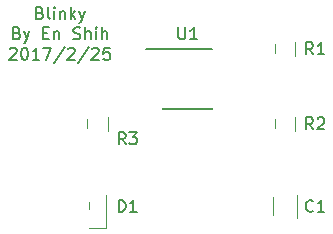
<source format=gto>
G04 #@! TF.FileFunction,Legend,Top*
%FSLAX46Y46*%
G04 Gerber Fmt 4.6, Leading zero omitted, Abs format (unit mm)*
G04 Created by KiCad (PCBNEW 4.0.5) date Sat Feb 25 16:09:27 2017*
%MOMM*%
%LPD*%
G01*
G04 APERTURE LIST*
%ADD10C,0.100000*%
%ADD11C,0.203200*%
%ADD12C,0.120000*%
%ADD13C,0.150000*%
%ADD14R,2.000000X2.400000*%
%ADD15R,1.600000X1.600000*%
%ADD16R,1.700000X1.900000*%
%ADD17R,1.950000X1.000000*%
G04 APERTURE END LIST*
D10*
D11*
X111336667Y-83290229D02*
X111481810Y-83338610D01*
X111530191Y-83386990D01*
X111578572Y-83483752D01*
X111578572Y-83628895D01*
X111530191Y-83725657D01*
X111481810Y-83774038D01*
X111385048Y-83822419D01*
X110998001Y-83822419D01*
X110998001Y-82806419D01*
X111336667Y-82806419D01*
X111433429Y-82854800D01*
X111481810Y-82903181D01*
X111530191Y-82999943D01*
X111530191Y-83096705D01*
X111481810Y-83193467D01*
X111433429Y-83241848D01*
X111336667Y-83290229D01*
X110998001Y-83290229D01*
X112159144Y-83822419D02*
X112062382Y-83774038D01*
X112014001Y-83677276D01*
X112014001Y-82806419D01*
X112546191Y-83822419D02*
X112546191Y-83145086D01*
X112546191Y-82806419D02*
X112497810Y-82854800D01*
X112546191Y-82903181D01*
X112594572Y-82854800D01*
X112546191Y-82806419D01*
X112546191Y-82903181D01*
X113030001Y-83145086D02*
X113030001Y-83822419D01*
X113030001Y-83241848D02*
X113078382Y-83193467D01*
X113175144Y-83145086D01*
X113320286Y-83145086D01*
X113417048Y-83193467D01*
X113465429Y-83290229D01*
X113465429Y-83822419D01*
X113949239Y-83822419D02*
X113949239Y-82806419D01*
X114046001Y-83435371D02*
X114336286Y-83822419D01*
X114336286Y-83145086D02*
X113949239Y-83532133D01*
X114674953Y-83145086D02*
X114916858Y-83822419D01*
X115158762Y-83145086D02*
X114916858Y-83822419D01*
X114820096Y-84064324D01*
X114771715Y-84112705D01*
X114674953Y-84161086D01*
X109377238Y-85017429D02*
X109522381Y-85065810D01*
X109570762Y-85114190D01*
X109619143Y-85210952D01*
X109619143Y-85356095D01*
X109570762Y-85452857D01*
X109522381Y-85501238D01*
X109425619Y-85549619D01*
X109038572Y-85549619D01*
X109038572Y-84533619D01*
X109377238Y-84533619D01*
X109474000Y-84582000D01*
X109522381Y-84630381D01*
X109570762Y-84727143D01*
X109570762Y-84823905D01*
X109522381Y-84920667D01*
X109474000Y-84969048D01*
X109377238Y-85017429D01*
X109038572Y-85017429D01*
X109957810Y-84872286D02*
X110199715Y-85549619D01*
X110441619Y-84872286D02*
X110199715Y-85549619D01*
X110102953Y-85791524D01*
X110054572Y-85839905D01*
X109957810Y-85888286D01*
X111602762Y-85017429D02*
X111941428Y-85017429D01*
X112086571Y-85549619D02*
X111602762Y-85549619D01*
X111602762Y-84533619D01*
X112086571Y-84533619D01*
X112522000Y-84872286D02*
X112522000Y-85549619D01*
X112522000Y-84969048D02*
X112570381Y-84920667D01*
X112667143Y-84872286D01*
X112812285Y-84872286D01*
X112909047Y-84920667D01*
X112957428Y-85017429D01*
X112957428Y-85549619D01*
X114166952Y-85501238D02*
X114312095Y-85549619D01*
X114553999Y-85549619D01*
X114650761Y-85501238D01*
X114699142Y-85452857D01*
X114747523Y-85356095D01*
X114747523Y-85259333D01*
X114699142Y-85162571D01*
X114650761Y-85114190D01*
X114553999Y-85065810D01*
X114360476Y-85017429D01*
X114263714Y-84969048D01*
X114215333Y-84920667D01*
X114166952Y-84823905D01*
X114166952Y-84727143D01*
X114215333Y-84630381D01*
X114263714Y-84582000D01*
X114360476Y-84533619D01*
X114602380Y-84533619D01*
X114747523Y-84582000D01*
X115182952Y-85549619D02*
X115182952Y-84533619D01*
X115618380Y-85549619D02*
X115618380Y-85017429D01*
X115569999Y-84920667D01*
X115473237Y-84872286D01*
X115328095Y-84872286D01*
X115231333Y-84920667D01*
X115182952Y-84969048D01*
X116102190Y-85549619D02*
X116102190Y-84872286D01*
X116102190Y-84533619D02*
X116053809Y-84582000D01*
X116102190Y-84630381D01*
X116150571Y-84582000D01*
X116102190Y-84533619D01*
X116102190Y-84630381D01*
X116586000Y-85549619D02*
X116586000Y-84533619D01*
X117021428Y-85549619D02*
X117021428Y-85017429D01*
X116973047Y-84920667D01*
X116876285Y-84872286D01*
X116731143Y-84872286D01*
X116634381Y-84920667D01*
X116586000Y-84969048D01*
X108772477Y-86357581D02*
X108820858Y-86309200D01*
X108917620Y-86260819D01*
X109159524Y-86260819D01*
X109256286Y-86309200D01*
X109304667Y-86357581D01*
X109353048Y-86454343D01*
X109353048Y-86551105D01*
X109304667Y-86696248D01*
X108724096Y-87276819D01*
X109353048Y-87276819D01*
X109982001Y-86260819D02*
X110078762Y-86260819D01*
X110175524Y-86309200D01*
X110223905Y-86357581D01*
X110272286Y-86454343D01*
X110320667Y-86647867D01*
X110320667Y-86889771D01*
X110272286Y-87083295D01*
X110223905Y-87180057D01*
X110175524Y-87228438D01*
X110078762Y-87276819D01*
X109982001Y-87276819D01*
X109885239Y-87228438D01*
X109836858Y-87180057D01*
X109788477Y-87083295D01*
X109740096Y-86889771D01*
X109740096Y-86647867D01*
X109788477Y-86454343D01*
X109836858Y-86357581D01*
X109885239Y-86309200D01*
X109982001Y-86260819D01*
X111288286Y-87276819D02*
X110707715Y-87276819D01*
X110998001Y-87276819D02*
X110998001Y-86260819D01*
X110901239Y-86405962D01*
X110804477Y-86502724D01*
X110707715Y-86551105D01*
X111626953Y-86260819D02*
X112304286Y-86260819D01*
X111868858Y-87276819D01*
X113417048Y-86212438D02*
X112546191Y-87518724D01*
X113707334Y-86357581D02*
X113755715Y-86309200D01*
X113852477Y-86260819D01*
X114094381Y-86260819D01*
X114191143Y-86309200D01*
X114239524Y-86357581D01*
X114287905Y-86454343D01*
X114287905Y-86551105D01*
X114239524Y-86696248D01*
X113658953Y-87276819D01*
X114287905Y-87276819D01*
X115449048Y-86212438D02*
X114578191Y-87518724D01*
X115739334Y-86357581D02*
X115787715Y-86309200D01*
X115884477Y-86260819D01*
X116126381Y-86260819D01*
X116223143Y-86309200D01*
X116271524Y-86357581D01*
X116319905Y-86454343D01*
X116319905Y-86551105D01*
X116271524Y-86696248D01*
X115690953Y-87276819D01*
X116319905Y-87276819D01*
X117239143Y-86260819D02*
X116755334Y-86260819D01*
X116706953Y-86744629D01*
X116755334Y-86696248D01*
X116852096Y-86647867D01*
X117094000Y-86647867D01*
X117190762Y-86696248D01*
X117239143Y-86744629D01*
X117287524Y-86841390D01*
X117287524Y-87083295D01*
X117239143Y-87180057D01*
X117190762Y-87228438D01*
X117094000Y-87276819D01*
X116852096Y-87276819D01*
X116755334Y-87228438D01*
X116706953Y-87180057D01*
D12*
X133100000Y-100695000D02*
X133100000Y-98695000D01*
X131060000Y-98695000D02*
X131060000Y-100695000D01*
X115505000Y-101495000D02*
X116905000Y-101495000D01*
X116905000Y-101495000D02*
X116905000Y-98695000D01*
X115505000Y-101495000D02*
X115505000Y-98695000D01*
X131200000Y-86960000D02*
X131200000Y-85760000D01*
X132960000Y-85760000D02*
X132960000Y-86960000D01*
X131200000Y-93310000D02*
X131200000Y-92110000D01*
X132960000Y-92110000D02*
X132960000Y-93310000D01*
X115325000Y-93310000D02*
X115325000Y-92110000D01*
X117085000Y-92110000D02*
X117085000Y-93310000D01*
D13*
X121750000Y-86325000D02*
X121750000Y-86375000D01*
X125900000Y-86325000D02*
X125900000Y-86470000D01*
X125900000Y-91475000D02*
X125900000Y-91330000D01*
X121750000Y-91475000D02*
X121750000Y-91330000D01*
X121750000Y-86325000D02*
X125900000Y-86325000D01*
X121750000Y-91475000D02*
X125900000Y-91475000D01*
X121750000Y-86375000D02*
X120350000Y-86375000D01*
X134453334Y-100052143D02*
X134405715Y-100099762D01*
X134262858Y-100147381D01*
X134167620Y-100147381D01*
X134024762Y-100099762D01*
X133929524Y-100004524D01*
X133881905Y-99909286D01*
X133834286Y-99718810D01*
X133834286Y-99575952D01*
X133881905Y-99385476D01*
X133929524Y-99290238D01*
X134024762Y-99195000D01*
X134167620Y-99147381D01*
X134262858Y-99147381D01*
X134405715Y-99195000D01*
X134453334Y-99242619D01*
X135405715Y-100147381D02*
X134834286Y-100147381D01*
X135120000Y-100147381D02*
X135120000Y-99147381D01*
X135024762Y-99290238D01*
X134929524Y-99385476D01*
X134834286Y-99433095D01*
X118006905Y-100147381D02*
X118006905Y-99147381D01*
X118245000Y-99147381D01*
X118387858Y-99195000D01*
X118483096Y-99290238D01*
X118530715Y-99385476D01*
X118578334Y-99575952D01*
X118578334Y-99718810D01*
X118530715Y-99909286D01*
X118483096Y-100004524D01*
X118387858Y-100099762D01*
X118245000Y-100147381D01*
X118006905Y-100147381D01*
X119530715Y-100147381D02*
X118959286Y-100147381D01*
X119245000Y-100147381D02*
X119245000Y-99147381D01*
X119149762Y-99290238D01*
X119054524Y-99385476D01*
X118959286Y-99433095D01*
X134453334Y-86812381D02*
X134120000Y-86336190D01*
X133881905Y-86812381D02*
X133881905Y-85812381D01*
X134262858Y-85812381D01*
X134358096Y-85860000D01*
X134405715Y-85907619D01*
X134453334Y-86002857D01*
X134453334Y-86145714D01*
X134405715Y-86240952D01*
X134358096Y-86288571D01*
X134262858Y-86336190D01*
X133881905Y-86336190D01*
X135405715Y-86812381D02*
X134834286Y-86812381D01*
X135120000Y-86812381D02*
X135120000Y-85812381D01*
X135024762Y-85955238D01*
X134929524Y-86050476D01*
X134834286Y-86098095D01*
X134453334Y-93162381D02*
X134120000Y-92686190D01*
X133881905Y-93162381D02*
X133881905Y-92162381D01*
X134262858Y-92162381D01*
X134358096Y-92210000D01*
X134405715Y-92257619D01*
X134453334Y-92352857D01*
X134453334Y-92495714D01*
X134405715Y-92590952D01*
X134358096Y-92638571D01*
X134262858Y-92686190D01*
X133881905Y-92686190D01*
X134834286Y-92257619D02*
X134881905Y-92210000D01*
X134977143Y-92162381D01*
X135215239Y-92162381D01*
X135310477Y-92210000D01*
X135358096Y-92257619D01*
X135405715Y-92352857D01*
X135405715Y-92448095D01*
X135358096Y-92590952D01*
X134786667Y-93162381D01*
X135405715Y-93162381D01*
X118578334Y-94432381D02*
X118245000Y-93956190D01*
X118006905Y-94432381D02*
X118006905Y-93432381D01*
X118387858Y-93432381D01*
X118483096Y-93480000D01*
X118530715Y-93527619D01*
X118578334Y-93622857D01*
X118578334Y-93765714D01*
X118530715Y-93860952D01*
X118483096Y-93908571D01*
X118387858Y-93956190D01*
X118006905Y-93956190D01*
X118911667Y-93432381D02*
X119530715Y-93432381D01*
X119197381Y-93813333D01*
X119340239Y-93813333D01*
X119435477Y-93860952D01*
X119483096Y-93908571D01*
X119530715Y-94003810D01*
X119530715Y-94241905D01*
X119483096Y-94337143D01*
X119435477Y-94384762D01*
X119340239Y-94432381D01*
X119054524Y-94432381D01*
X118959286Y-94384762D01*
X118911667Y-94337143D01*
X123063095Y-84542381D02*
X123063095Y-85351905D01*
X123110714Y-85447143D01*
X123158333Y-85494762D01*
X123253571Y-85542381D01*
X123444048Y-85542381D01*
X123539286Y-85494762D01*
X123586905Y-85447143D01*
X123634524Y-85351905D01*
X123634524Y-84542381D01*
X124634524Y-85542381D02*
X124063095Y-85542381D01*
X124348809Y-85542381D02*
X124348809Y-84542381D01*
X124253571Y-84685238D01*
X124158333Y-84780476D01*
X124063095Y-84828095D01*
%LPC*%
D14*
X132080000Y-97695000D03*
X132080000Y-101695000D03*
D15*
X116205000Y-98595000D03*
X116205000Y-100795000D03*
D16*
X132080000Y-85010000D03*
X132080000Y-87710000D03*
X132080000Y-91360000D03*
X132080000Y-94060000D03*
X116205000Y-91360000D03*
X116205000Y-94060000D03*
D17*
X121125000Y-86995000D03*
X121125000Y-88265000D03*
X121125000Y-89535000D03*
X121125000Y-90805000D03*
X126525000Y-90805000D03*
X126525000Y-89535000D03*
X126525000Y-88265000D03*
X126525000Y-86995000D03*
M02*

</source>
